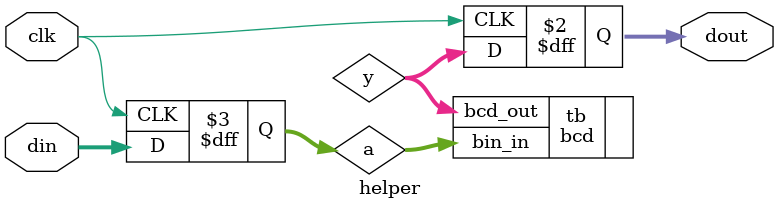
<source format=v>
module helper(
    input clk,
    input[7:0] din,
    output reg[9:0] dout
);

reg[7:0] a;
wire[9:0] y;

bcd tb(
    .bin_in(a),
    .bcd_out(y)
);

always @(posedge clk)
begin
    a <= din;
    dout <= y;
end

endmodule

</source>
